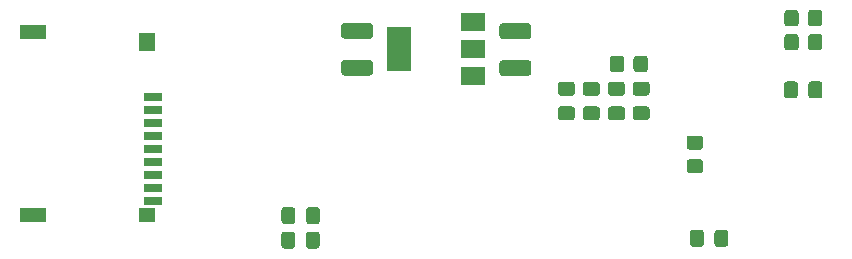
<source format=gbr>
%TF.GenerationSoftware,KiCad,Pcbnew,(5.1.10)-1*%
%TF.CreationDate,2021-08-29T21:18:51+07:00*%
%TF.ProjectId,stm32f405rgt6_Mini,73746d33-3266-4343-9035-726774365f4d,rev?*%
%TF.SameCoordinates,Original*%
%TF.FileFunction,Paste,Bot*%
%TF.FilePolarity,Positive*%
%FSLAX46Y46*%
G04 Gerber Fmt 4.6, Leading zero omitted, Abs format (unit mm)*
G04 Created by KiCad (PCBNEW (5.1.10)-1) date 2021-08-29 21:18:51*
%MOMM*%
%LPD*%
G01*
G04 APERTURE LIST*
%ADD10R,2.200000X1.200000*%
%ADD11R,1.400000X1.600000*%
%ADD12R,1.400000X1.200000*%
%ADD13R,1.600000X0.700000*%
%ADD14R,2.000000X3.800000*%
%ADD15R,2.000000X1.500000*%
G04 APERTURE END LIST*
%TO.C,C13*%
G36*
G01*
X128262400Y-91122080D02*
X127312400Y-91122080D01*
G75*
G02*
X127062400Y-90872080I0J250000D01*
G01*
X127062400Y-90197080D01*
G75*
G02*
X127312400Y-89947080I250000J0D01*
G01*
X128262400Y-89947080D01*
G75*
G02*
X128512400Y-90197080I0J-250000D01*
G01*
X128512400Y-90872080D01*
G75*
G02*
X128262400Y-91122080I-250000J0D01*
G01*
G37*
G36*
G01*
X128262400Y-93197080D02*
X127312400Y-93197080D01*
G75*
G02*
X127062400Y-92947080I0J250000D01*
G01*
X127062400Y-92272080D01*
G75*
G02*
X127312400Y-92022080I250000J0D01*
G01*
X128262400Y-92022080D01*
G75*
G02*
X128512400Y-92272080I0J-250000D01*
G01*
X128512400Y-92947080D01*
G75*
G02*
X128262400Y-93197080I-250000J0D01*
G01*
G37*
%TD*%
D10*
%TO.C,J4*%
X80537000Y-85696600D03*
X80537000Y-101196600D03*
D11*
X90137000Y-86596600D03*
D12*
X90137000Y-101196600D03*
D13*
X90637000Y-100046600D03*
X90637000Y-97846600D03*
X90637000Y-98946600D03*
X90637000Y-96746600D03*
X90637000Y-95646600D03*
X90637000Y-94546600D03*
X90637000Y-91246600D03*
X90637000Y-92346600D03*
X90637000Y-93446600D03*
%TD*%
%TO.C,C1*%
G36*
G01*
X102724800Y-100794800D02*
X102724800Y-101744800D01*
G75*
G02*
X102474800Y-101994800I-250000J0D01*
G01*
X101799800Y-101994800D01*
G75*
G02*
X101549800Y-101744800I0J250000D01*
G01*
X101549800Y-100794800D01*
G75*
G02*
X101799800Y-100544800I250000J0D01*
G01*
X102474800Y-100544800D01*
G75*
G02*
X102724800Y-100794800I0J-250000D01*
G01*
G37*
G36*
G01*
X104799800Y-100794800D02*
X104799800Y-101744800D01*
G75*
G02*
X104549800Y-101994800I-250000J0D01*
G01*
X103874800Y-101994800D01*
G75*
G02*
X103624800Y-101744800I0J250000D01*
G01*
X103624800Y-100794800D01*
G75*
G02*
X103874800Y-100544800I250000J0D01*
G01*
X104549800Y-100544800D01*
G75*
G02*
X104799800Y-100794800I0J-250000D01*
G01*
G37*
%TD*%
%TO.C,C3*%
G36*
G01*
X138206900Y-103667580D02*
X138206900Y-102717580D01*
G75*
G02*
X138456900Y-102467580I250000J0D01*
G01*
X139131900Y-102467580D01*
G75*
G02*
X139381900Y-102717580I0J-250000D01*
G01*
X139381900Y-103667580D01*
G75*
G02*
X139131900Y-103917580I-250000J0D01*
G01*
X138456900Y-103917580D01*
G75*
G02*
X138206900Y-103667580I0J250000D01*
G01*
G37*
G36*
G01*
X136131900Y-103667580D02*
X136131900Y-102717580D01*
G75*
G02*
X136381900Y-102467580I250000J0D01*
G01*
X137056900Y-102467580D01*
G75*
G02*
X137306900Y-102717580I0J-250000D01*
G01*
X137306900Y-103667580D01*
G75*
G02*
X137056900Y-103917580I-250000J0D01*
G01*
X136381900Y-103917580D01*
G75*
G02*
X136131900Y-103667580I0J250000D01*
G01*
G37*
%TD*%
%TO.C,C7*%
G36*
G01*
X106855078Y-88090580D02*
X109055082Y-88090580D01*
G75*
G02*
X109305080Y-88340578I0J-249998D01*
G01*
X109305080Y-89165582D01*
G75*
G02*
X109055082Y-89415580I-249998J0D01*
G01*
X106855078Y-89415580D01*
G75*
G02*
X106605080Y-89165582I0J249998D01*
G01*
X106605080Y-88340578D01*
G75*
G02*
X106855078Y-88090580I249998J0D01*
G01*
G37*
G36*
G01*
X106855078Y-84965580D02*
X109055082Y-84965580D01*
G75*
G02*
X109305080Y-85215578I0J-249998D01*
G01*
X109305080Y-86040582D01*
G75*
G02*
X109055082Y-86290580I-249998J0D01*
G01*
X106855078Y-86290580D01*
G75*
G02*
X106605080Y-86040582I0J249998D01*
G01*
X106605080Y-85215578D01*
G75*
G02*
X106855078Y-84965580I249998J0D01*
G01*
G37*
%TD*%
%TO.C,C8*%
G36*
G01*
X122448502Y-89446060D02*
X120248498Y-89446060D01*
G75*
G02*
X119998500Y-89196062I0J249998D01*
G01*
X119998500Y-88371058D01*
G75*
G02*
X120248498Y-88121060I249998J0D01*
G01*
X122448502Y-88121060D01*
G75*
G02*
X122698500Y-88371058I0J-249998D01*
G01*
X122698500Y-89196062D01*
G75*
G02*
X122448502Y-89446060I-249998J0D01*
G01*
G37*
G36*
G01*
X122448502Y-86321060D02*
X120248498Y-86321060D01*
G75*
G02*
X119998500Y-86071062I0J249998D01*
G01*
X119998500Y-85246058D01*
G75*
G02*
X120248498Y-84996060I249998J0D01*
G01*
X122448502Y-84996060D01*
G75*
G02*
X122698500Y-85246058I0J-249998D01*
G01*
X122698500Y-86071062D01*
G75*
G02*
X122448502Y-86321060I-249998J0D01*
G01*
G37*
%TD*%
%TO.C,C9*%
G36*
G01*
X131526260Y-89934380D02*
X132476260Y-89934380D01*
G75*
G02*
X132726260Y-90184380I0J-250000D01*
G01*
X132726260Y-90859380D01*
G75*
G02*
X132476260Y-91109380I-250000J0D01*
G01*
X131526260Y-91109380D01*
G75*
G02*
X131276260Y-90859380I0J250000D01*
G01*
X131276260Y-90184380D01*
G75*
G02*
X131526260Y-89934380I250000J0D01*
G01*
G37*
G36*
G01*
X131526260Y-92009380D02*
X132476260Y-92009380D01*
G75*
G02*
X132726260Y-92259380I0J-250000D01*
G01*
X132726260Y-92934380D01*
G75*
G02*
X132476260Y-93184380I-250000J0D01*
G01*
X131526260Y-93184380D01*
G75*
G02*
X131276260Y-92934380I0J250000D01*
G01*
X131276260Y-92259380D01*
G75*
G02*
X131526260Y-92009380I250000J0D01*
G01*
G37*
%TD*%
%TO.C,C10*%
G36*
G01*
X129438380Y-92019540D02*
X130388380Y-92019540D01*
G75*
G02*
X130638380Y-92269540I0J-250000D01*
G01*
X130638380Y-92944540D01*
G75*
G02*
X130388380Y-93194540I-250000J0D01*
G01*
X129438380Y-93194540D01*
G75*
G02*
X129188380Y-92944540I0J250000D01*
G01*
X129188380Y-92269540D01*
G75*
G02*
X129438380Y-92019540I250000J0D01*
G01*
G37*
G36*
G01*
X129438380Y-89944540D02*
X130388380Y-89944540D01*
G75*
G02*
X130638380Y-90194540I0J-250000D01*
G01*
X130638380Y-90869540D01*
G75*
G02*
X130388380Y-91119540I-250000J0D01*
G01*
X129438380Y-91119540D01*
G75*
G02*
X129188380Y-90869540I0J250000D01*
G01*
X129188380Y-90194540D01*
G75*
G02*
X129438380Y-89944540I250000J0D01*
G01*
G37*
%TD*%
%TO.C,C11*%
G36*
G01*
X145269800Y-90152200D02*
X145269800Y-91102200D01*
G75*
G02*
X145019800Y-91352200I-250000J0D01*
G01*
X144344800Y-91352200D01*
G75*
G02*
X144094800Y-91102200I0J250000D01*
G01*
X144094800Y-90152200D01*
G75*
G02*
X144344800Y-89902200I250000J0D01*
G01*
X145019800Y-89902200D01*
G75*
G02*
X145269800Y-90152200I0J-250000D01*
G01*
G37*
G36*
G01*
X147344800Y-90152200D02*
X147344800Y-91102200D01*
G75*
G02*
X147094800Y-91352200I-250000J0D01*
G01*
X146419800Y-91352200D01*
G75*
G02*
X146169800Y-91102200I0J250000D01*
G01*
X146169800Y-90152200D01*
G75*
G02*
X146419800Y-89902200I250000J0D01*
G01*
X147094800Y-89902200D01*
G75*
G02*
X147344800Y-90152200I0J-250000D01*
G01*
G37*
%TD*%
%TO.C,C12*%
G36*
G01*
X126151660Y-91119540D02*
X125201660Y-91119540D01*
G75*
G02*
X124951660Y-90869540I0J250000D01*
G01*
X124951660Y-90194540D01*
G75*
G02*
X125201660Y-89944540I250000J0D01*
G01*
X126151660Y-89944540D01*
G75*
G02*
X126401660Y-90194540I0J-250000D01*
G01*
X126401660Y-90869540D01*
G75*
G02*
X126151660Y-91119540I-250000J0D01*
G01*
G37*
G36*
G01*
X126151660Y-93194540D02*
X125201660Y-93194540D01*
G75*
G02*
X124951660Y-92944540I0J250000D01*
G01*
X124951660Y-92269540D01*
G75*
G02*
X125201660Y-92019540I250000J0D01*
G01*
X126151660Y-92019540D01*
G75*
G02*
X126401660Y-92269540I0J-250000D01*
G01*
X126401660Y-92944540D01*
G75*
G02*
X126151660Y-93194540I-250000J0D01*
G01*
G37*
%TD*%
%TO.C,C15*%
G36*
G01*
X102714640Y-102869980D02*
X102714640Y-103819980D01*
G75*
G02*
X102464640Y-104069980I-250000J0D01*
G01*
X101789640Y-104069980D01*
G75*
G02*
X101539640Y-103819980I0J250000D01*
G01*
X101539640Y-102869980D01*
G75*
G02*
X101789640Y-102619980I250000J0D01*
G01*
X102464640Y-102619980D01*
G75*
G02*
X102714640Y-102869980I0J-250000D01*
G01*
G37*
G36*
G01*
X104789640Y-102869980D02*
X104789640Y-103819980D01*
G75*
G02*
X104539640Y-104069980I-250000J0D01*
G01*
X103864640Y-104069980D01*
G75*
G02*
X103614640Y-103819980I0J250000D01*
G01*
X103614640Y-102869980D01*
G75*
G02*
X103864640Y-102619980I250000J0D01*
G01*
X104539640Y-102619980D01*
G75*
G02*
X104789640Y-102869980I0J-250000D01*
G01*
G37*
%TD*%
%TO.C,R3*%
G36*
G01*
X145332500Y-84098979D02*
X145332500Y-84998981D01*
G75*
G02*
X145082501Y-85248980I-249999J0D01*
G01*
X144382499Y-85248980D01*
G75*
G02*
X144132500Y-84998981I0J249999D01*
G01*
X144132500Y-84098979D01*
G75*
G02*
X144382499Y-83848980I249999J0D01*
G01*
X145082501Y-83848980D01*
G75*
G02*
X145332500Y-84098979I0J-249999D01*
G01*
G37*
G36*
G01*
X147332500Y-84098979D02*
X147332500Y-84998981D01*
G75*
G02*
X147082501Y-85248980I-249999J0D01*
G01*
X146382499Y-85248980D01*
G75*
G02*
X146132500Y-84998981I0J249999D01*
G01*
X146132500Y-84098979D01*
G75*
G02*
X146382499Y-83848980I249999J0D01*
G01*
X147082501Y-83848980D01*
G75*
G02*
X147332500Y-84098979I0J-249999D01*
G01*
G37*
%TD*%
%TO.C,R8*%
G36*
G01*
X132552240Y-87982639D02*
X132552240Y-88882641D01*
G75*
G02*
X132302241Y-89132640I-249999J0D01*
G01*
X131602239Y-89132640D01*
G75*
G02*
X131352240Y-88882641I0J249999D01*
G01*
X131352240Y-87982639D01*
G75*
G02*
X131602239Y-87732640I249999J0D01*
G01*
X132302241Y-87732640D01*
G75*
G02*
X132552240Y-87982639I0J-249999D01*
G01*
G37*
G36*
G01*
X130552240Y-87982639D02*
X130552240Y-88882641D01*
G75*
G02*
X130302241Y-89132640I-249999J0D01*
G01*
X129602239Y-89132640D01*
G75*
G02*
X129352240Y-88882641I0J249999D01*
G01*
X129352240Y-87982639D01*
G75*
G02*
X129602239Y-87732640I249999J0D01*
G01*
X130302241Y-87732640D01*
G75*
G02*
X130552240Y-87982639I0J-249999D01*
G01*
G37*
%TD*%
%TO.C,R10*%
G36*
G01*
X147332500Y-86138599D02*
X147332500Y-87038601D01*
G75*
G02*
X147082501Y-87288600I-249999J0D01*
G01*
X146382499Y-87288600D01*
G75*
G02*
X146132500Y-87038601I0J249999D01*
G01*
X146132500Y-86138599D01*
G75*
G02*
X146382499Y-85888600I249999J0D01*
G01*
X147082501Y-85888600D01*
G75*
G02*
X147332500Y-86138599I0J-249999D01*
G01*
G37*
G36*
G01*
X145332500Y-86138599D02*
X145332500Y-87038601D01*
G75*
G02*
X145082501Y-87288600I-249999J0D01*
G01*
X144382499Y-87288600D01*
G75*
G02*
X144132500Y-87038601I0J249999D01*
G01*
X144132500Y-86138599D01*
G75*
G02*
X144382499Y-85888600I249999J0D01*
G01*
X145082501Y-85888600D01*
G75*
G02*
X145332500Y-86138599I0J-249999D01*
G01*
G37*
%TD*%
D14*
%TO.C,AMS1117-3.3*%
X111480200Y-87147400D03*
D15*
X117780200Y-87147400D03*
X117780200Y-89447400D03*
X117780200Y-84847400D03*
%TD*%
%TO.C,R7*%
G36*
G01*
X137000401Y-97688200D02*
X136100399Y-97688200D01*
G75*
G02*
X135850400Y-97438201I0J249999D01*
G01*
X135850400Y-96738199D01*
G75*
G02*
X136100399Y-96488200I249999J0D01*
G01*
X137000401Y-96488200D01*
G75*
G02*
X137250400Y-96738199I0J-249999D01*
G01*
X137250400Y-97438201D01*
G75*
G02*
X137000401Y-97688200I-249999J0D01*
G01*
G37*
G36*
G01*
X137000401Y-95688200D02*
X136100399Y-95688200D01*
G75*
G02*
X135850400Y-95438201I0J249999D01*
G01*
X135850400Y-94738199D01*
G75*
G02*
X136100399Y-94488200I249999J0D01*
G01*
X137000401Y-94488200D01*
G75*
G02*
X137250400Y-94738199I0J-249999D01*
G01*
X137250400Y-95438201D01*
G75*
G02*
X137000401Y-95688200I-249999J0D01*
G01*
G37*
%TD*%
M02*

</source>
